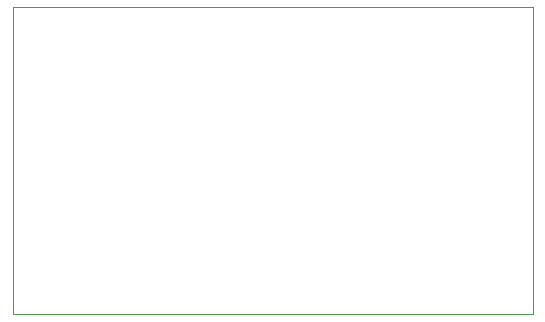
<source format=gko>
G75*
%MOIN*%
%OFA0B0*%
%FSLAX25Y25*%
%IPPOS*%
%LPD*%
%AMOC8*
5,1,8,0,0,1.08239X$1,22.5*
%
%ADD10C,0.00000*%
D10*
X0001500Y0033002D02*
X0001500Y0135364D01*
X0174728Y0135364D01*
X0174728Y0033002D01*
X0001500Y0033002D01*
X0174728Y0049250D02*
X0174728Y0093250D01*
M02*

</source>
